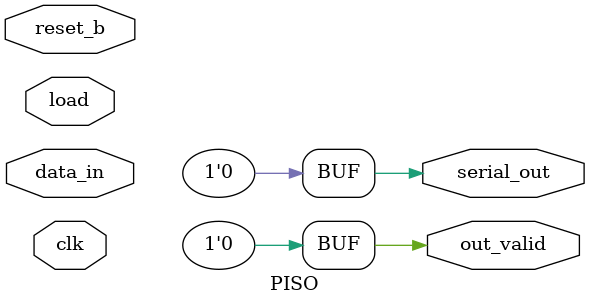
<source format=v>

module PISO ( serial_out, out_valid, data_in, load, reset_b, clk );
  input [7:0] data_in;
  input load, reset_b, clk;
  output serial_out, out_valid;

  assign out_valid = 1'b0;
  assign serial_out = 1'b0;

endmodule


</source>
